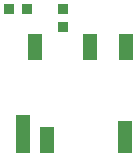
<source format=gbr>
G04 #@! TF.FileFunction,Paste,Top*
%FSLAX46Y46*%
G04 Gerber Fmt 4.6, Leading zero omitted, Abs format (unit mm)*
G04 Created by KiCad (PCBNEW (after 2015-may-01 BZR unknown)-product) date 2015/12/14 21:36:31*
%MOMM*%
G01*
G04 APERTURE LIST*
%ADD10C,0.100000*%
%ADD11R,1.270000X3.302000*%
%ADD12R,1.270000X2.286000*%
%ADD13R,1.270000X2.794000*%
%ADD14R,0.889000X0.889000*%
G04 APERTURE END LIST*
D10*
D11*
X119485000Y-92979000D03*
D12*
X121517000Y-93487000D03*
D13*
X128121000Y-93233000D03*
D12*
X120501000Y-85613000D03*
X125200000Y-85613000D03*
X128248000Y-85613000D03*
D14*
X118288000Y-82400000D03*
X119812000Y-82400000D03*
X122900000Y-83912000D03*
X122900000Y-82388000D03*
M02*

</source>
